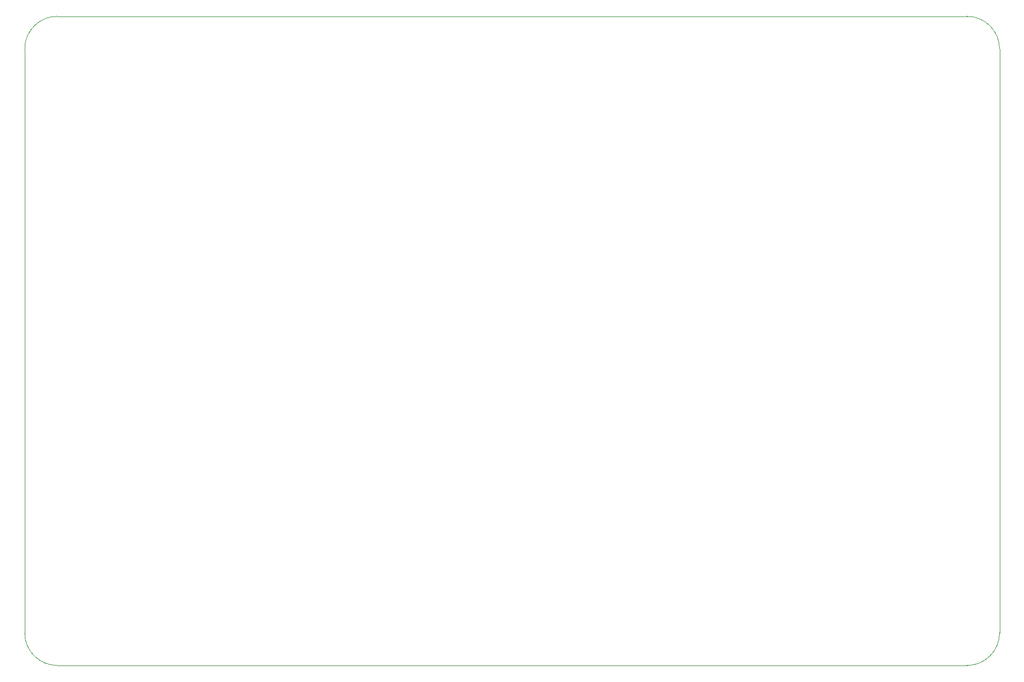
<source format=gbr>
%TF.GenerationSoftware,KiCad,Pcbnew,(6.0.1)*%
%TF.CreationDate,2023-02-05T15:58:29-08:00*%
%TF.ProjectId,Interface Board,496e7465-7266-4616-9365-20426f617264,rev?*%
%TF.SameCoordinates,Original*%
%TF.FileFunction,Profile,NP*%
%FSLAX46Y46*%
G04 Gerber Fmt 4.6, Leading zero omitted, Abs format (unit mm)*
G04 Created by KiCad (PCBNEW (6.0.1)) date 2023-02-05 15:58:29*
%MOMM*%
%LPD*%
G01*
G04 APERTURE LIST*
%TA.AperFunction,Profile*%
%ADD10C,0.100000*%
%TD*%
G04 APERTURE END LIST*
D10*
X150000000Y4999999D02*
X150000001Y94999997D01*
X4999999Y0D02*
X144999997Y-1D01*
X0Y95000001D02*
X-1Y5000003D01*
X145000001Y100000000D02*
X5000003Y100000001D01*
X5000003Y100000001D02*
G75*
G03*
X0Y95000001I0J-5000003D01*
G01*
X150000001Y94999997D02*
G75*
G03*
X145000001Y100000000I-5000003J0D01*
G01*
X144999997Y-1D02*
G75*
G03*
X150000000Y4999999I0J5000003D01*
G01*
X-1Y5000003D02*
G75*
G03*
X4999999Y0I5000003J0D01*
G01*
M02*

</source>
